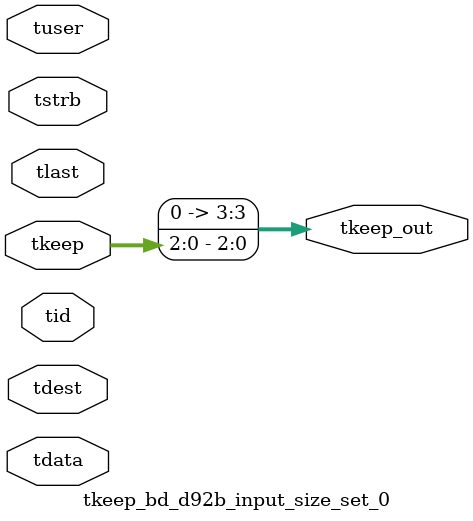
<source format=v>


`timescale 1ps/1ps

module tkeep_bd_d92b_input_size_set_0 #
(
parameter C_S_AXIS_TDATA_WIDTH = 32,
parameter C_S_AXIS_TUSER_WIDTH = 0,
parameter C_S_AXIS_TID_WIDTH   = 0,
parameter C_S_AXIS_TDEST_WIDTH = 0,
parameter C_M_AXIS_TDATA_WIDTH = 32
)
(
input  [(C_S_AXIS_TDATA_WIDTH == 0 ? 1 : C_S_AXIS_TDATA_WIDTH)-1:0     ] tdata,
input  [(C_S_AXIS_TUSER_WIDTH == 0 ? 1 : C_S_AXIS_TUSER_WIDTH)-1:0     ] tuser,
input  [(C_S_AXIS_TID_WIDTH   == 0 ? 1 : C_S_AXIS_TID_WIDTH)-1:0       ] tid,
input  [(C_S_AXIS_TDEST_WIDTH == 0 ? 1 : C_S_AXIS_TDEST_WIDTH)-1:0     ] tdest,
input  [(C_S_AXIS_TDATA_WIDTH/8)-1:0 ] tkeep,
input  [(C_S_AXIS_TDATA_WIDTH/8)-1:0 ] tstrb,
input                                                                    tlast,
output [(C_M_AXIS_TDATA_WIDTH/8)-1:0 ] tkeep_out
);

assign tkeep_out = {tkeep[2:0]};

endmodule


</source>
